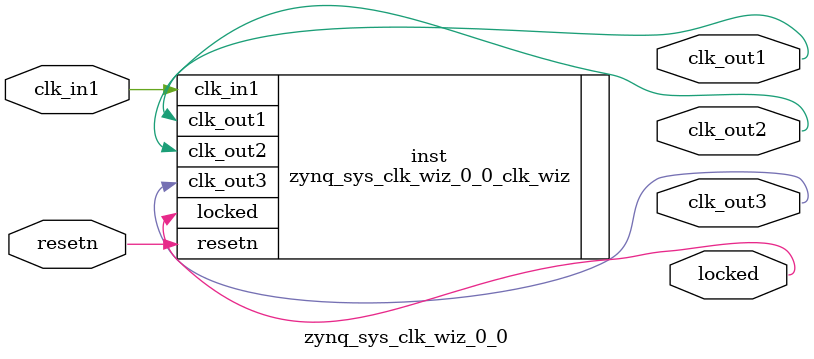
<source format=v>


`timescale 1ps/1ps

(* CORE_GENERATION_INFO = "zynq_sys_clk_wiz_0_0,clk_wiz_v5_4_3_0,{component_name=zynq_sys_clk_wiz_0_0,use_phase_alignment=true,use_min_o_jitter=false,use_max_i_jitter=false,use_dyn_phase_shift=false,use_inclk_switchover=false,use_dyn_reconfig=false,enable_axi=0,feedback_source=FDBK_AUTO,PRIMITIVE=MMCM,num_out_clk=3,clkin1_period=10.000,clkin2_period=10.000,use_power_down=false,use_reset=true,use_locked=true,use_inclk_stopped=false,feedback_type=SINGLE,CLOCK_MGR_TYPE=NA,manual_override=false}" *)

module zynq_sys_clk_wiz_0_0 
 (
  // Clock out ports
  output        clk_out1,
  output        clk_out2,
  output        clk_out3,
  // Status and control signals
  input         resetn,
  output        locked,
 // Clock in ports
  input         clk_in1
 );

  zynq_sys_clk_wiz_0_0_clk_wiz inst
  (
  // Clock out ports  
  .clk_out1(clk_out1),
  .clk_out2(clk_out2),
  .clk_out3(clk_out3),
  // Status and control signals               
  .resetn(resetn), 
  .locked(locked),
 // Clock in ports
  .clk_in1(clk_in1)
  );

endmodule

</source>
